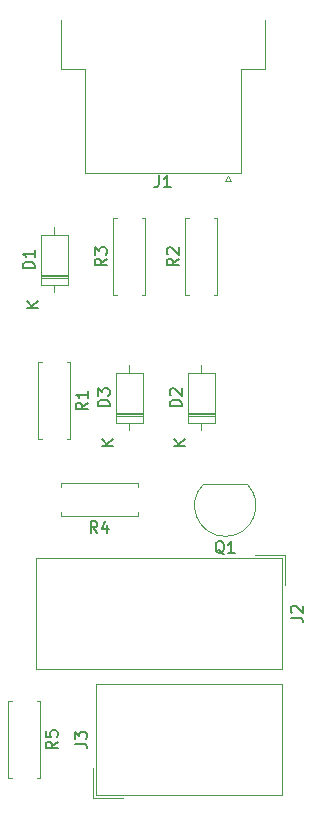
<source format=gbr>
G04 #@! TF.GenerationSoftware,KiCad,Pcbnew,5.1.2-1.fc30*
G04 #@! TF.CreationDate,2019-07-22T18:24:24+02:00*
G04 #@! TF.ProjectId,dasa-3,64617361-2d33-42e6-9b69-6361645f7063,0.5*
G04 #@! TF.SameCoordinates,Original*
G04 #@! TF.FileFunction,Legend,Top*
G04 #@! TF.FilePolarity,Positive*
%FSLAX46Y46*%
G04 Gerber Fmt 4.6, Leading zero omitted, Abs format (unit mm)*
G04 Created by KiCad (PCBNEW 5.1.2-1.fc30) date 2019-07-22 18:24:24*
%MOMM*%
%LPD*%
G04 APERTURE LIST*
%ADD10C,0.120000*%
%ADD11C,0.150000*%
G04 APERTURE END LIST*
D10*
X137668000Y-57455325D02*
X137918000Y-57888338D01*
X137418000Y-57888338D02*
X137668000Y-57455325D01*
X137918000Y-57888338D02*
X137418000Y-57888338D01*
X123518000Y-48354000D02*
X123518000Y-44254000D01*
X125528000Y-48354000D02*
X123518000Y-48354000D01*
X125528000Y-57194000D02*
X125528000Y-48354000D01*
X138728000Y-57194000D02*
X125528000Y-57194000D01*
X138728000Y-48354000D02*
X138728000Y-57194000D01*
X140738000Y-48354000D02*
X138728000Y-48354000D01*
X140738000Y-44254000D02*
X140738000Y-48354000D01*
X121816000Y-66036000D02*
X124056000Y-66036000D01*
X121816000Y-65796000D02*
X124056000Y-65796000D01*
X121816000Y-65916000D02*
X124056000Y-65916000D01*
X122936000Y-61746000D02*
X122936000Y-62396000D01*
X122936000Y-67286000D02*
X122936000Y-66636000D01*
X121816000Y-62396000D02*
X121816000Y-66636000D01*
X124056000Y-62396000D02*
X121816000Y-62396000D01*
X124056000Y-66636000D02*
X124056000Y-62396000D01*
X121816000Y-66636000D02*
X124056000Y-66636000D01*
X134262000Y-78320000D02*
X136502000Y-78320000D01*
X136502000Y-78320000D02*
X136502000Y-74080000D01*
X136502000Y-74080000D02*
X134262000Y-74080000D01*
X134262000Y-74080000D02*
X134262000Y-78320000D01*
X135382000Y-78970000D02*
X135382000Y-78320000D01*
X135382000Y-73430000D02*
X135382000Y-74080000D01*
X134262000Y-77600000D02*
X136502000Y-77600000D01*
X134262000Y-77480000D02*
X136502000Y-77480000D01*
X134262000Y-77720000D02*
X136502000Y-77720000D01*
X128166000Y-78320000D02*
X130406000Y-78320000D01*
X130406000Y-78320000D02*
X130406000Y-74080000D01*
X130406000Y-74080000D02*
X128166000Y-74080000D01*
X128166000Y-74080000D02*
X128166000Y-78320000D01*
X129286000Y-78970000D02*
X129286000Y-78320000D01*
X129286000Y-73430000D02*
X129286000Y-74080000D01*
X128166000Y-77600000D02*
X130406000Y-77600000D01*
X128166000Y-77480000D02*
X130406000Y-77480000D01*
X128166000Y-77720000D02*
X130406000Y-77720000D01*
X142256000Y-99163000D02*
X121396000Y-99163000D01*
X121396000Y-99163000D02*
X121396000Y-89813000D01*
X121396000Y-89813000D02*
X142256000Y-89813000D01*
X142256000Y-89813000D02*
X142256000Y-99163000D01*
X142506000Y-89563000D02*
X139966000Y-89563000D01*
X142506000Y-89563000D02*
X142506000Y-92103000D01*
X126476000Y-100481000D02*
X142256000Y-100481000D01*
X142256000Y-100481000D02*
X142256000Y-109831000D01*
X142256000Y-109831000D02*
X126476000Y-109831000D01*
X126476000Y-109831000D02*
X126476000Y-100481000D01*
X126226000Y-110081000D02*
X128766000Y-110081000D01*
X126226000Y-110081000D02*
X126226000Y-107541000D01*
X139214000Y-83494000D02*
X135614000Y-83494000D01*
X139252478Y-83505522D02*
G75*
G02X137414000Y-87944000I-1838478J-1838478D01*
G01*
X135575522Y-83505522D02*
G75*
G03X137414000Y-87944000I1838478J-1838478D01*
G01*
X123976000Y-73184000D02*
X124306000Y-73184000D01*
X124306000Y-73184000D02*
X124306000Y-79724000D01*
X124306000Y-79724000D02*
X123976000Y-79724000D01*
X121896000Y-73184000D02*
X121566000Y-73184000D01*
X121566000Y-73184000D02*
X121566000Y-79724000D01*
X121566000Y-79724000D02*
X121896000Y-79724000D01*
X136752000Y-60992000D02*
X136422000Y-60992000D01*
X136752000Y-67532000D02*
X136752000Y-60992000D01*
X136422000Y-67532000D02*
X136752000Y-67532000D01*
X134012000Y-60992000D02*
X134342000Y-60992000D01*
X134012000Y-67532000D02*
X134012000Y-60992000D01*
X134342000Y-67532000D02*
X134012000Y-67532000D01*
X130656000Y-60992000D02*
X130326000Y-60992000D01*
X130656000Y-67532000D02*
X130656000Y-60992000D01*
X130326000Y-67532000D02*
X130656000Y-67532000D01*
X127916000Y-60992000D02*
X128246000Y-60992000D01*
X127916000Y-67532000D02*
X127916000Y-60992000D01*
X128246000Y-67532000D02*
X127916000Y-67532000D01*
X130016000Y-85876000D02*
X130016000Y-86206000D01*
X130016000Y-86206000D02*
X123476000Y-86206000D01*
X123476000Y-86206000D02*
X123476000Y-85876000D01*
X130016000Y-83796000D02*
X130016000Y-83466000D01*
X130016000Y-83466000D02*
X123476000Y-83466000D01*
X123476000Y-83466000D02*
X123476000Y-83796000D01*
X121436000Y-101886000D02*
X121766000Y-101886000D01*
X121766000Y-101886000D02*
X121766000Y-108426000D01*
X121766000Y-108426000D02*
X121436000Y-108426000D01*
X119356000Y-101886000D02*
X119026000Y-101886000D01*
X119026000Y-101886000D02*
X119026000Y-108426000D01*
X119026000Y-108426000D02*
X119356000Y-108426000D01*
D11*
X131794666Y-57386380D02*
X131794666Y-58100666D01*
X131747047Y-58243523D01*
X131651809Y-58338761D01*
X131508952Y-58386380D01*
X131413714Y-58386380D01*
X132794666Y-58386380D02*
X132223238Y-58386380D01*
X132508952Y-58386380D02*
X132508952Y-57386380D01*
X132413714Y-57529238D01*
X132318476Y-57624476D01*
X132223238Y-57672095D01*
X121268380Y-65254095D02*
X120268380Y-65254095D01*
X120268380Y-65016000D01*
X120316000Y-64873142D01*
X120411238Y-64777904D01*
X120506476Y-64730285D01*
X120696952Y-64682666D01*
X120839809Y-64682666D01*
X121030285Y-64730285D01*
X121125523Y-64777904D01*
X121220761Y-64873142D01*
X121268380Y-65016000D01*
X121268380Y-65254095D01*
X121268380Y-63730285D02*
X121268380Y-64301714D01*
X121268380Y-64016000D02*
X120268380Y-64016000D01*
X120411238Y-64111238D01*
X120506476Y-64206476D01*
X120554095Y-64301714D01*
X121588380Y-68587904D02*
X120588380Y-68587904D01*
X121588380Y-68016476D02*
X121016952Y-68445047D01*
X120588380Y-68016476D02*
X121159809Y-68587904D01*
X133714380Y-76938095D02*
X132714380Y-76938095D01*
X132714380Y-76700000D01*
X132762000Y-76557142D01*
X132857238Y-76461904D01*
X132952476Y-76414285D01*
X133142952Y-76366666D01*
X133285809Y-76366666D01*
X133476285Y-76414285D01*
X133571523Y-76461904D01*
X133666761Y-76557142D01*
X133714380Y-76700000D01*
X133714380Y-76938095D01*
X132809619Y-75985714D02*
X132762000Y-75938095D01*
X132714380Y-75842857D01*
X132714380Y-75604761D01*
X132762000Y-75509523D01*
X132809619Y-75461904D01*
X132904857Y-75414285D01*
X133000095Y-75414285D01*
X133142952Y-75461904D01*
X133714380Y-76033333D01*
X133714380Y-75414285D01*
X134034380Y-80271904D02*
X133034380Y-80271904D01*
X134034380Y-79700476D02*
X133462952Y-80129047D01*
X133034380Y-79700476D02*
X133605809Y-80271904D01*
X127618380Y-76938095D02*
X126618380Y-76938095D01*
X126618380Y-76700000D01*
X126666000Y-76557142D01*
X126761238Y-76461904D01*
X126856476Y-76414285D01*
X127046952Y-76366666D01*
X127189809Y-76366666D01*
X127380285Y-76414285D01*
X127475523Y-76461904D01*
X127570761Y-76557142D01*
X127618380Y-76700000D01*
X127618380Y-76938095D01*
X126618380Y-76033333D02*
X126618380Y-75414285D01*
X126999333Y-75747619D01*
X126999333Y-75604761D01*
X127046952Y-75509523D01*
X127094571Y-75461904D01*
X127189809Y-75414285D01*
X127427904Y-75414285D01*
X127523142Y-75461904D01*
X127570761Y-75509523D01*
X127618380Y-75604761D01*
X127618380Y-75890476D01*
X127570761Y-75985714D01*
X127523142Y-76033333D01*
X127938380Y-80271904D02*
X126938380Y-80271904D01*
X127938380Y-79700476D02*
X127366952Y-80129047D01*
X126938380Y-79700476D02*
X127509809Y-80271904D01*
X142962380Y-94821333D02*
X143676666Y-94821333D01*
X143819523Y-94868952D01*
X143914761Y-94964190D01*
X143962380Y-95107047D01*
X143962380Y-95202285D01*
X143057619Y-94392761D02*
X143010000Y-94345142D01*
X142962380Y-94249904D01*
X142962380Y-94011809D01*
X143010000Y-93916571D01*
X143057619Y-93868952D01*
X143152857Y-93821333D01*
X143248095Y-93821333D01*
X143390952Y-93868952D01*
X143962380Y-94440380D01*
X143962380Y-93821333D01*
X124674380Y-105489333D02*
X125388666Y-105489333D01*
X125531523Y-105536952D01*
X125626761Y-105632190D01*
X125674380Y-105775047D01*
X125674380Y-105870285D01*
X124674380Y-105108380D02*
X124674380Y-104489333D01*
X125055333Y-104822666D01*
X125055333Y-104679809D01*
X125102952Y-104584571D01*
X125150571Y-104536952D01*
X125245809Y-104489333D01*
X125483904Y-104489333D01*
X125579142Y-104536952D01*
X125626761Y-104584571D01*
X125674380Y-104679809D01*
X125674380Y-104965523D01*
X125626761Y-105060761D01*
X125579142Y-105108380D01*
X137318761Y-89451619D02*
X137223523Y-89404000D01*
X137128285Y-89308761D01*
X136985428Y-89165904D01*
X136890190Y-89118285D01*
X136794952Y-89118285D01*
X136842571Y-89356380D02*
X136747333Y-89308761D01*
X136652095Y-89213523D01*
X136604476Y-89023047D01*
X136604476Y-88689714D01*
X136652095Y-88499238D01*
X136747333Y-88404000D01*
X136842571Y-88356380D01*
X137033047Y-88356380D01*
X137128285Y-88404000D01*
X137223523Y-88499238D01*
X137271142Y-88689714D01*
X137271142Y-89023047D01*
X137223523Y-89213523D01*
X137128285Y-89308761D01*
X137033047Y-89356380D01*
X136842571Y-89356380D01*
X138223523Y-89356380D02*
X137652095Y-89356380D01*
X137937809Y-89356380D02*
X137937809Y-88356380D01*
X137842571Y-88499238D01*
X137747333Y-88594476D01*
X137652095Y-88642095D01*
X125758380Y-76620666D02*
X125282190Y-76954000D01*
X125758380Y-77192095D02*
X124758380Y-77192095D01*
X124758380Y-76811142D01*
X124806000Y-76715904D01*
X124853619Y-76668285D01*
X124948857Y-76620666D01*
X125091714Y-76620666D01*
X125186952Y-76668285D01*
X125234571Y-76715904D01*
X125282190Y-76811142D01*
X125282190Y-77192095D01*
X125758380Y-75668285D02*
X125758380Y-76239714D01*
X125758380Y-75954000D02*
X124758380Y-75954000D01*
X124901238Y-76049238D01*
X124996476Y-76144476D01*
X125044095Y-76239714D01*
X133464380Y-64428666D02*
X132988190Y-64762000D01*
X133464380Y-65000095D02*
X132464380Y-65000095D01*
X132464380Y-64619142D01*
X132512000Y-64523904D01*
X132559619Y-64476285D01*
X132654857Y-64428666D01*
X132797714Y-64428666D01*
X132892952Y-64476285D01*
X132940571Y-64523904D01*
X132988190Y-64619142D01*
X132988190Y-65000095D01*
X132559619Y-64047714D02*
X132512000Y-64000095D01*
X132464380Y-63904857D01*
X132464380Y-63666761D01*
X132512000Y-63571523D01*
X132559619Y-63523904D01*
X132654857Y-63476285D01*
X132750095Y-63476285D01*
X132892952Y-63523904D01*
X133464380Y-64095333D01*
X133464380Y-63476285D01*
X127368380Y-64428666D02*
X126892190Y-64762000D01*
X127368380Y-65000095D02*
X126368380Y-65000095D01*
X126368380Y-64619142D01*
X126416000Y-64523904D01*
X126463619Y-64476285D01*
X126558857Y-64428666D01*
X126701714Y-64428666D01*
X126796952Y-64476285D01*
X126844571Y-64523904D01*
X126892190Y-64619142D01*
X126892190Y-65000095D01*
X126368380Y-64095333D02*
X126368380Y-63476285D01*
X126749333Y-63809619D01*
X126749333Y-63666761D01*
X126796952Y-63571523D01*
X126844571Y-63523904D01*
X126939809Y-63476285D01*
X127177904Y-63476285D01*
X127273142Y-63523904D01*
X127320761Y-63571523D01*
X127368380Y-63666761D01*
X127368380Y-63952476D01*
X127320761Y-64047714D01*
X127273142Y-64095333D01*
X126579333Y-87658380D02*
X126246000Y-87182190D01*
X126007904Y-87658380D02*
X126007904Y-86658380D01*
X126388857Y-86658380D01*
X126484095Y-86706000D01*
X126531714Y-86753619D01*
X126579333Y-86848857D01*
X126579333Y-86991714D01*
X126531714Y-87086952D01*
X126484095Y-87134571D01*
X126388857Y-87182190D01*
X126007904Y-87182190D01*
X127436476Y-86991714D02*
X127436476Y-87658380D01*
X127198380Y-86610761D02*
X126960285Y-87325047D01*
X127579333Y-87325047D01*
X123218380Y-105322666D02*
X122742190Y-105656000D01*
X123218380Y-105894095D02*
X122218380Y-105894095D01*
X122218380Y-105513142D01*
X122266000Y-105417904D01*
X122313619Y-105370285D01*
X122408857Y-105322666D01*
X122551714Y-105322666D01*
X122646952Y-105370285D01*
X122694571Y-105417904D01*
X122742190Y-105513142D01*
X122742190Y-105894095D01*
X122218380Y-104417904D02*
X122218380Y-104894095D01*
X122694571Y-104941714D01*
X122646952Y-104894095D01*
X122599333Y-104798857D01*
X122599333Y-104560761D01*
X122646952Y-104465523D01*
X122694571Y-104417904D01*
X122789809Y-104370285D01*
X123027904Y-104370285D01*
X123123142Y-104417904D01*
X123170761Y-104465523D01*
X123218380Y-104560761D01*
X123218380Y-104798857D01*
X123170761Y-104894095D01*
X123123142Y-104941714D01*
M02*

</source>
